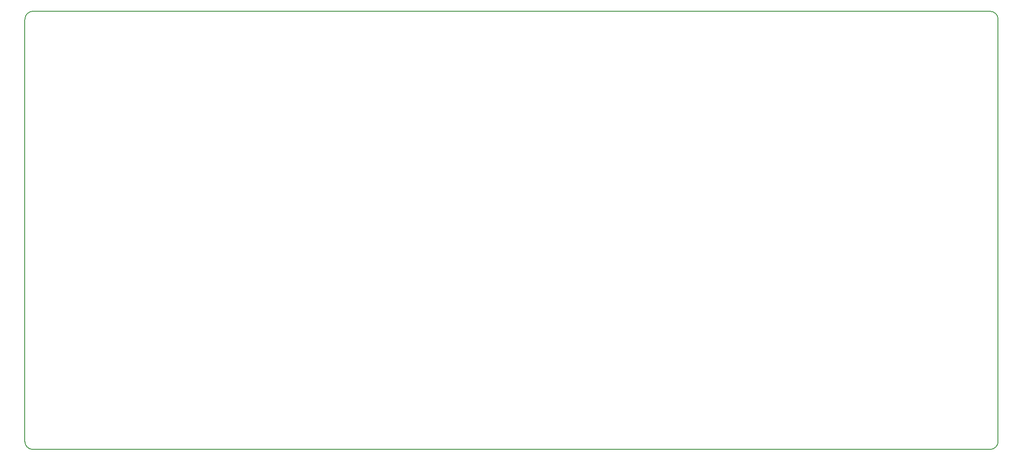
<source format=gm1>
G04 #@! TF.GenerationSoftware,KiCad,Pcbnew,(6.0.7)*
G04 #@! TF.CreationDate,2022-09-20T21:37:39+02:00*
G04 #@! TF.ProjectId,pcb,7063622e-6b69-4636-9164-5f7063625858,rev?*
G04 #@! TF.SameCoordinates,Original*
G04 #@! TF.FileFunction,Profile,NP*
%FSLAX46Y46*%
G04 Gerber Fmt 4.6, Leading zero omitted, Abs format (unit mm)*
G04 Created by KiCad (PCBNEW (6.0.7)) date 2022-09-20 21:37:39*
%MOMM*%
%LPD*%
G01*
G04 APERTURE LIST*
G04 #@! TA.AperFunction,Profile*
%ADD10C,0.200000*%
G04 #@! TD*
G04 APERTURE END LIST*
D10*
X204787500Y-15875000D02*
X204787500Y-98425000D01*
X203200000Y-14287500D02*
X15875000Y-14287500D01*
X14287500Y-98425000D02*
G75*
G03*
X15875000Y-100012500I1587500J0D01*
G01*
X203200000Y-100012500D02*
G75*
G03*
X204787500Y-98425000I0J1587500D01*
G01*
X15875000Y-100012500D02*
X203200000Y-100012500D01*
X15875000Y-14287500D02*
G75*
G03*
X14287500Y-15875000I0J-1587500D01*
G01*
X204787500Y-15875000D02*
G75*
G03*
X203200000Y-14287500I-1587500J0D01*
G01*
X14287500Y-15875000D02*
X14287500Y-98425000D01*
M02*

</source>
